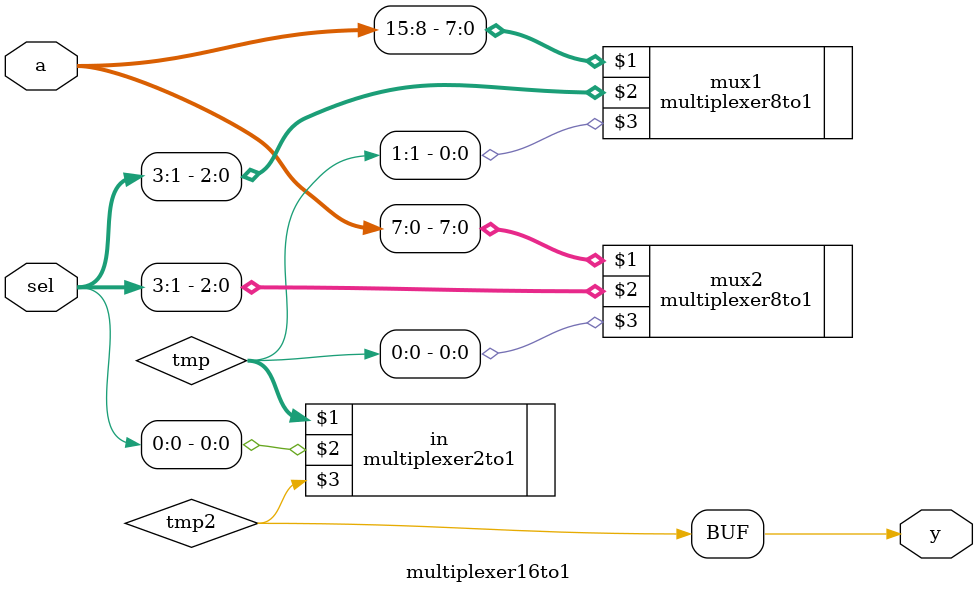
<source format=v>


module multiplexer16to1(a,sel,y);

	input[15:0] a;
	input[3:0] sel;
	output y;
	
	
	wire [1:0]tmp;
	wire tmp2;
	
	multiplexer8to1 mux1(a[15:8],sel[3:1],tmp[1]);
	multiplexer8to1 mux2(a[7:0],sel[3:1],tmp[0]);
	multiplexer2to1 in(tmp,sel[0],tmp2);
	
	assign y = tmp2;
	
	endmodule
	
</source>
